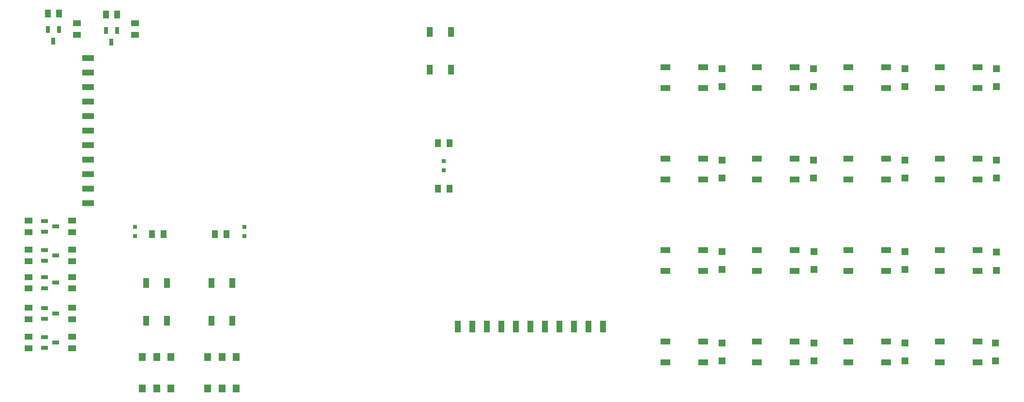
<source format=gbr>
%TF.GenerationSoftware,KiCad,Pcbnew,7.0.2-0*%
%TF.CreationDate,2023-10-18T21:21:33-05:00*%
%TF.ProjectId,CowPi-mk4b-natural,436f7750-692d-46d6-9b34-622d6e617475,mk4b*%
%TF.SameCoordinates,Original*%
%TF.FileFunction,Paste,Top*%
%TF.FilePolarity,Positive*%
%FSLAX46Y46*%
G04 Gerber Fmt 4.6, Leading zero omitted, Abs format (unit mm)*
G04 Created by KiCad (PCBNEW 7.0.2-0) date 2023-10-18 21:21:33*
%MOMM*%
%LPD*%
G01*
G04 APERTURE LIST*
%ADD10R,1.700000X1.000000*%
%ADD11R,1.250013X0.700000*%
%ADD12R,1.200000X1.200000*%
%ADD13R,1.377013X1.132537*%
%ADD14R,1.132537X1.377013*%
%ADD15R,1.200000X1.400000*%
%ADD16R,1.000000X1.700000*%
%ADD17R,0.700000X1.250013*%
%ADD18R,0.800000X0.800000*%
%ADD19R,1.000000X2.000000*%
%ADD20R,2.000000X1.000000*%
G04 APERTURE END LIST*
D10*
%TO.C,U15*%
X213770731Y-86162294D03*
X220370681Y-86162269D03*
X213770731Y-89862701D03*
X220370681Y-89862676D03*
%TD*%
D11*
%TO.C,U42*%
X57150000Y-106950000D03*
X57150000Y-108849924D03*
X59150000Y-107899962D03*
%TD*%
D10*
%TO.C,U7*%
X213770731Y-70162294D03*
X220370681Y-70162269D03*
X213770731Y-73862701D03*
X220370681Y-73862676D03*
%TD*%
D12*
%TO.C,U31*%
X223520000Y-121612561D03*
X223520000Y-118412409D03*
%TD*%
%TO.C,U16*%
X175690706Y-89612561D03*
X175690706Y-86412409D03*
%TD*%
%TO.C,U8*%
X223690706Y-73612561D03*
X223690706Y-70412409D03*
%TD*%
D13*
%TO.C,R17*%
X54340000Y-99060000D03*
X54340000Y-97060000D03*
%TD*%
%TO.C,R1*%
X54340000Y-119380000D03*
X54340000Y-117380000D03*
%TD*%
D14*
%TO.C,R13*%
X57740038Y-60799981D03*
X59740038Y-60799981D03*
%TD*%
D13*
%TO.C,R18*%
X61960000Y-97060000D03*
X61960000Y-99060000D03*
%TD*%
D14*
%TO.C,R15*%
X67900038Y-60960000D03*
X69900038Y-60960000D03*
%TD*%
D12*
%TO.C,U12*%
X207690706Y-89612561D03*
X207690706Y-86412409D03*
%TD*%
D10*
%TO.C,U17*%
X165770731Y-102162294D03*
X172370681Y-102162269D03*
X165770731Y-105862701D03*
X172370681Y-105862676D03*
%TD*%
D15*
%TO.C,U35*%
X74280318Y-126402714D03*
X76780191Y-126402714D03*
X79280064Y-126402714D03*
X74280318Y-120902586D03*
X76780191Y-120902586D03*
X79280064Y-120902586D03*
%TD*%
D16*
%TO.C,U34*%
X90060382Y-107920012D03*
X90060407Y-114519962D03*
X86359975Y-107920012D03*
X86360000Y-114519962D03*
%TD*%
D10*
%TO.C,U13*%
X197770731Y-86162294D03*
X204370681Y-86162269D03*
X197770731Y-89862701D03*
X204370681Y-89862676D03*
%TD*%
D14*
%TO.C,R10*%
X75976998Y-99378658D03*
X77976998Y-99378658D03*
%TD*%
D17*
%TO.C,U46*%
X59690000Y-63609981D03*
X57790076Y-63609981D03*
X58740038Y-65609981D03*
%TD*%
D10*
%TO.C,U26*%
X197770731Y-118162294D03*
X204370681Y-118162269D03*
X197770731Y-121862701D03*
X204370681Y-121862676D03*
%TD*%
D11*
%TO.C,U48*%
X57150000Y-97110038D03*
X57150000Y-99009962D03*
X59150000Y-98060000D03*
%TD*%
D10*
%TO.C,U9*%
X165770731Y-86162294D03*
X172370681Y-86162269D03*
X165770731Y-89862701D03*
X172370681Y-89862676D03*
%TD*%
D13*
%TO.C,R3*%
X54340000Y-114300000D03*
X54340000Y-112300000D03*
%TD*%
D10*
%TO.C,U18*%
X165770731Y-118162294D03*
X172370681Y-118162269D03*
X165770731Y-121862701D03*
X172370681Y-121862676D03*
%TD*%
D17*
%TO.C,U47*%
X69850000Y-63770000D03*
X67950076Y-63770000D03*
X68900038Y-65770000D03*
%TD*%
D12*
%TO.C,U6*%
X207690706Y-73612561D03*
X207690706Y-70412409D03*
%TD*%
D10*
%TO.C,U22*%
X181770731Y-118162294D03*
X188370681Y-118162269D03*
X181770731Y-121862701D03*
X188370681Y-121862676D03*
%TD*%
D16*
%TO.C,U33*%
X78630382Y-107920012D03*
X78630407Y-114519962D03*
X74929975Y-107920012D03*
X74930000Y-114519962D03*
%TD*%
D18*
%TO.C,LED2*%
X72965886Y-98108658D03*
X72972744Y-99707592D03*
%TD*%
D13*
%TO.C,R8*%
X61960000Y-102140000D03*
X61960000Y-104140000D03*
%TD*%
D12*
%TO.C,U14*%
X191690706Y-89612561D03*
X191690706Y-86412409D03*
%TD*%
%TO.C,U20*%
X175690706Y-121612561D03*
X175690706Y-118412409D03*
%TD*%
D14*
%TO.C,R9*%
X126013056Y-83440000D03*
X128013056Y-83440000D03*
%TD*%
D13*
%TO.C,R16*%
X73010038Y-64500000D03*
X73010038Y-62500000D03*
%TD*%
D10*
%TO.C,U3*%
X181770731Y-70162294D03*
X188370681Y-70162269D03*
X181770731Y-73862701D03*
X188370681Y-73862676D03*
%TD*%
D16*
%TO.C,U37*%
X128269975Y-64010012D03*
X128270000Y-70609962D03*
X124569568Y-64010012D03*
X124569593Y-70609962D03*
%TD*%
D10*
%TO.C,U1*%
X165770731Y-70162294D03*
X172370681Y-70162269D03*
X165770731Y-73862701D03*
X172370681Y-73862676D03*
%TD*%
D11*
%TO.C,U40*%
X57150000Y-117430038D03*
X57150000Y-119329962D03*
X59150000Y-118380000D03*
%TD*%
D13*
%TO.C,R4*%
X61960000Y-112300000D03*
X61960000Y-114300000D03*
%TD*%
D19*
%TO.C,U38*%
X129501900Y-115531115D03*
X132041905Y-115531115D03*
X134581910Y-115531115D03*
X137121915Y-115531115D03*
X139661920Y-115531115D03*
X142201925Y-115531115D03*
X144741930Y-115531115D03*
X147281935Y-115531115D03*
X149821940Y-115531115D03*
X152361945Y-115531115D03*
X154901950Y-115531115D03*
%TD*%
D10*
%TO.C,U5*%
X197770731Y-70162294D03*
X204370681Y-70162269D03*
X197770731Y-73862701D03*
X204370681Y-73862676D03*
%TD*%
D13*
%TO.C,R7*%
X54340000Y-104140000D03*
X54340000Y-102140000D03*
%TD*%
D12*
%TO.C,U10*%
X223690706Y-89612561D03*
X223690706Y-86412409D03*
%TD*%
D18*
%TO.C,LED3*%
X92118842Y-98109191D03*
X92125700Y-99708125D03*
%TD*%
D14*
%TO.C,R12*%
X128013056Y-91440000D03*
X126013056Y-91440000D03*
%TD*%
D12*
%TO.C,U4*%
X191690706Y-73612561D03*
X191690706Y-70412409D03*
%TD*%
D13*
%TO.C,R6*%
X61960000Y-106899962D03*
X61960000Y-108899962D03*
%TD*%
D10*
%TO.C,U30*%
X213770731Y-118162294D03*
X220370681Y-118162269D03*
X213770731Y-121862701D03*
X220370681Y-121862676D03*
%TD*%
%TO.C,U11*%
X181770731Y-86162294D03*
X188370681Y-86162269D03*
X181770731Y-89862701D03*
X188370681Y-89862676D03*
%TD*%
D13*
%TO.C,R14*%
X62870076Y-64500000D03*
X62870076Y-62500000D03*
%TD*%
%TO.C,R5*%
X54340000Y-108899962D03*
X54340000Y-106899962D03*
%TD*%
D12*
%TO.C,U19*%
X175690706Y-105612561D03*
X175690706Y-102412409D03*
%TD*%
D14*
%TO.C,R11*%
X89013383Y-99378658D03*
X87013383Y-99378658D03*
%TD*%
D13*
%TO.C,R2*%
X61960000Y-117380000D03*
X61960000Y-119380000D03*
%TD*%
D18*
%TO.C,LED1*%
X127016485Y-88239467D03*
X127009627Y-86640533D03*
%TD*%
D12*
%TO.C,U24*%
X191770000Y-105612561D03*
X191770000Y-102412409D03*
%TD*%
%TO.C,U23*%
X191770000Y-121612561D03*
X191770000Y-118412409D03*
%TD*%
D11*
%TO.C,U41*%
X57150000Y-112350038D03*
X57150000Y-114249962D03*
X59150000Y-113300000D03*
%TD*%
D12*
%TO.C,U2*%
X175690706Y-73612561D03*
X175690706Y-70412409D03*
%TD*%
D10*
%TO.C,U25*%
X197770731Y-102162294D03*
X204370681Y-102162269D03*
X197770731Y-105862701D03*
X204370681Y-105862676D03*
%TD*%
D15*
%TO.C,U36*%
X85710318Y-126402714D03*
X88210191Y-126402714D03*
X90710064Y-126402714D03*
X85710318Y-120902586D03*
X88210191Y-120902586D03*
X90710064Y-120902586D03*
%TD*%
D10*
%TO.C,U21*%
X181770731Y-102162294D03*
X188370681Y-102162269D03*
X181770731Y-105862701D03*
X188370681Y-105862676D03*
%TD*%
D12*
%TO.C,U27*%
X207690706Y-105612561D03*
X207690706Y-102412409D03*
%TD*%
%TO.C,U28*%
X207690706Y-121612561D03*
X207690706Y-118412409D03*
%TD*%
%TO.C,U32*%
X223690706Y-105740076D03*
X223690706Y-102539924D03*
%TD*%
D20*
%TO.C,U39*%
X64770000Y-68579985D03*
X64770000Y-71119990D03*
X64770000Y-73659995D03*
X64770000Y-76200000D03*
X64770000Y-78740005D03*
X64770000Y-81280010D03*
X64770000Y-83820015D03*
X64770000Y-86360020D03*
X64770000Y-88900025D03*
X64770000Y-91440030D03*
X64770000Y-93980035D03*
%TD*%
D10*
%TO.C,U29*%
X213770731Y-102162294D03*
X220370681Y-102162269D03*
X213770731Y-105862701D03*
X220370681Y-105862676D03*
%TD*%
D11*
%TO.C,U43*%
X57150000Y-102190038D03*
X57150000Y-104089962D03*
X59150000Y-103140000D03*
%TD*%
M02*

</source>
